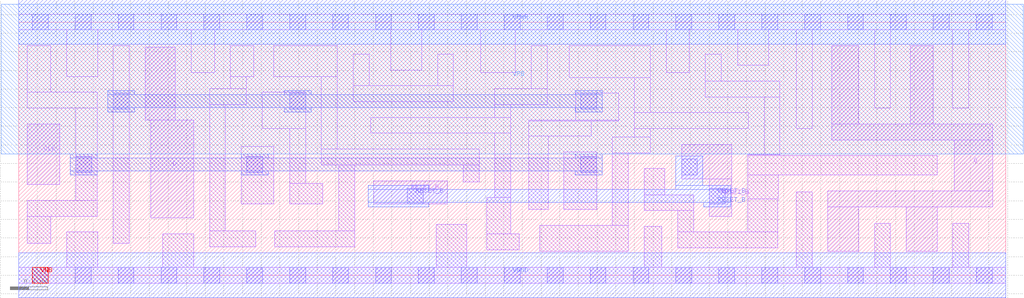
<source format=lef>
# Copyright 2020 The SkyWater PDK Authors
#
# Licensed under the Apache License, Version 2.0 (the "License");
# you may not use this file except in compliance with the License.
# You may obtain a copy of the License at
#
#     https://www.apache.org/licenses/LICENSE-2.0
#
# Unless required by applicable law or agreed to in writing, software
# distributed under the License is distributed on an "AS IS" BASIS,
# WITHOUT WARRANTIES OR CONDITIONS OF ANY KIND, either express or implied.
# See the License for the specific language governing permissions and
# limitations under the License.
#
# SPDX-License-Identifier: Apache-2.0

VERSION 5.7 ;
  NOWIREEXTENSIONATPIN ON ;
  DIVIDERCHAR "/" ;
  BUSBITCHARS "[]" ;
MACRO sky130_fd_sc_hd__dfrtp_4
  CLASS CORE ;
  FOREIGN sky130_fd_sc_hd__dfrtp_4 ;
  ORIGIN  0.000000  0.000000 ;
  SIZE  10.58000 BY  2.720000 ;
  SYMMETRY X Y R90 ;
  SITE unithd ;
  PIN D
    ANTENNAGATEAREA  0.126000 ;
    DIRECTION INPUT ;
    USE SIGNAL ;
    PORT
      LAYER li1 ;
        RECT 1.355000 1.665000 1.680000 2.450000 ;
        RECT 1.415000 0.615000 1.875000 1.665000 ;
    END
  END D
  PIN Q
    ANTENNADIFFAREA  0.891000 ;
    DIRECTION OUTPUT ;
    USE SIGNAL ;
    PORT
      LAYER li1 ;
        RECT  8.675000 0.255000  9.005000 0.735000 ;
        RECT  8.675000 0.735000 10.440000 0.905000 ;
        RECT  8.715000 1.455000 10.440000 1.625000 ;
        RECT  8.715000 1.625000  9.005000 2.465000 ;
        RECT  9.515000 0.255000  9.845000 0.735000 ;
        RECT  9.555000 1.625000  9.805000 2.465000 ;
        RECT 10.030000 0.905000 10.440000 1.455000 ;
    END
  END Q
  PIN RESET_B
    ANTENNAGATEAREA  0.252000 ;
    DIRECTION INPUT ;
    USE SIGNAL ;
    PORT
      LAYER li1 ;
        RECT 3.805000 0.765000 4.595000 1.015000 ;
      LAYER mcon ;
        RECT 4.165000 0.765000 4.335000 0.935000 ;
    END
    PORT
      LAYER li1 ;
        RECT 7.105000 1.035000 7.645000 1.405000 ;
        RECT 7.405000 0.635000 7.645000 1.035000 ;
      LAYER mcon ;
        RECT 7.105000 1.080000 7.275000 1.250000 ;
        RECT 7.405000 0.765000 7.575000 0.935000 ;
    END
    PORT
      LAYER met1 ;
        RECT 3.745000 0.735000 4.395000 0.780000 ;
        RECT 3.745000 0.780000 7.635000 0.920000 ;
        RECT 3.745000 0.920000 4.395000 0.965000 ;
        RECT 7.045000 0.920000 7.635000 0.965000 ;
        RECT 7.045000 0.965000 7.335000 1.280000 ;
        RECT 7.345000 0.735000 7.635000 0.780000 ;
    END
  END RESET_B
  PIN CLK
    ANTENNAGATEAREA  0.159000 ;
    DIRECTION INPUT ;
    USE CLOCK ;
    PORT
      LAYER li1 ;
        RECT 0.090000 0.975000 0.440000 1.625000 ;
    END
  END CLK
  PIN VGND
    DIRECTION INOUT ;
    SHAPE ABUTMENT ;
    USE GROUND ;
    PORT
      LAYER met1 ;
        RECT 0.000000 -0.240000 10.580000 0.240000 ;
    END
  END VGND
  PIN VNB
    DIRECTION INOUT ;
    USE GROUND ;
    PORT
      LAYER pwell ;
        RECT 0.145000 -0.085000 0.315000 0.085000 ;
    END
  END VNB
  PIN VPB
    DIRECTION INOUT ;
    USE POWER ;
    PORT
      LAYER nwell ;
        RECT -0.190000 1.305000 10.770000 2.910000 ;
    END
  END VPB
  PIN VPWR
    DIRECTION INOUT ;
    SHAPE ABUTMENT ;
    USE POWER ;
    PORT
      LAYER met1 ;
        RECT 0.000000 2.480000 10.580000 2.960000 ;
    END
  END VPWR
  OBS
    LAYER li1 ;
      RECT  0.000000 -0.085000 10.580000 0.085000 ;
      RECT  0.000000  2.635000 10.580000 2.805000 ;
      RECT  0.090000  0.345000  0.345000 0.635000 ;
      RECT  0.090000  0.635000  0.840000 0.805000 ;
      RECT  0.090000  1.795000  0.840000 1.965000 ;
      RECT  0.090000  1.965000  0.345000 2.465000 ;
      RECT  0.515000  0.085000  0.845000 0.465000 ;
      RECT  0.515000  2.135000  0.845000 2.635000 ;
      RECT  0.610000  0.805000  0.840000 1.795000 ;
      RECT  1.015000  0.345000  1.185000 2.465000 ;
      RECT  1.545000  0.085000  1.875000 0.445000 ;
      RECT  1.850000  2.175000  2.100000 2.635000 ;
      RECT  2.045000  0.305000  2.540000 0.475000 ;
      RECT  2.045000  0.475000  2.215000 1.835000 ;
      RECT  2.045000  1.835000  2.440000 2.005000 ;
      RECT  2.270000  2.005000  2.440000 2.135000 ;
      RECT  2.270000  2.135000  2.520000 2.465000 ;
      RECT  2.385000  0.765000  2.735000 1.385000 ;
      RECT  2.610000  1.575000  3.075000 1.965000 ;
      RECT  2.735000  2.135000  3.415000 2.465000 ;
      RECT  2.745000  0.305000  3.600000 0.475000 ;
      RECT  2.905000  0.765000  3.260000 0.985000 ;
      RECT  2.905000  0.985000  3.075000 1.575000 ;
      RECT  3.245000  1.185000  4.935000 1.355000 ;
      RECT  3.245000  1.355000  3.415000 2.135000 ;
      RECT  3.430000  0.475000  3.600000 1.185000 ;
      RECT  3.585000  1.865000  4.660000 2.035000 ;
      RECT  3.585000  2.035000  3.755000 2.375000 ;
      RECT  3.775000  1.525000  5.275000 1.695000 ;
      RECT  3.990000  2.205000  4.320000 2.635000 ;
      RECT  4.475000  0.085000  4.805000 0.545000 ;
      RECT  4.490000  2.035000  4.660000 2.375000 ;
      RECT  4.765000  1.005000  4.935000 1.185000 ;
      RECT  4.955000  2.175000  5.325000 2.635000 ;
      RECT  5.015000  0.275000  5.365000 0.445000 ;
      RECT  5.015000  0.445000  5.275000 0.835000 ;
      RECT  5.105000  0.835000  5.275000 1.525000 ;
      RECT  5.105000  1.695000  5.275000 1.835000 ;
      RECT  5.105000  1.835000  5.665000 2.005000 ;
      RECT  5.465000  0.705000  5.675000 1.495000 ;
      RECT  5.465000  1.495000  6.140000 1.655000 ;
      RECT  5.465000  1.655000  6.430000 1.665000 ;
      RECT  5.495000  2.005000  5.665000 2.465000 ;
      RECT  5.585000  0.255000  6.535000 0.535000 ;
      RECT  5.845000  0.705000  6.195000 1.325000 ;
      RECT  5.900000  2.125000  6.770000 2.465000 ;
      RECT  5.970000  1.665000  6.430000 1.955000 ;
      RECT  6.365000  0.535000  6.535000 1.315000 ;
      RECT  6.365000  1.315000  6.770000 1.485000 ;
      RECT  6.600000  1.485000  6.770000 1.575000 ;
      RECT  6.600000  1.575000  7.820000 1.745000 ;
      RECT  6.600000  1.745000  6.770000 2.125000 ;
      RECT  6.705000  0.085000  6.895000 0.525000 ;
      RECT  6.705000  0.695000  7.235000 0.865000 ;
      RECT  6.705000  0.865000  6.925000 1.145000 ;
      RECT  6.940000  2.175000  7.190000 2.635000 ;
      RECT  7.065000  0.295000  8.135000 0.465000 ;
      RECT  7.065000  0.465000  7.235000 0.695000 ;
      RECT  7.360000  1.915000  8.160000 2.085000 ;
      RECT  7.360000  2.085000  7.530000 2.375000 ;
      RECT  7.710000  2.255000  8.040000 2.635000 ;
      RECT  7.815000  0.465000  8.135000 0.820000 ;
      RECT  7.815000  0.820000  8.140000 1.075000 ;
      RECT  7.815000  1.075000  9.845000 1.285000 ;
      RECT  7.815000  1.285000  8.160000 1.295000 ;
      RECT  7.990000  1.295000  8.160000 1.915000 ;
      RECT  8.335000  0.085000  8.505000 0.895000 ;
      RECT  8.335000  1.575000  8.505000 2.635000 ;
      RECT  9.175000  0.085000  9.345000 0.555000 ;
      RECT  9.175000  1.795000  9.345000 2.635000 ;
      RECT 10.015000  0.085000 10.185000 0.555000 ;
      RECT 10.015000  1.795000 10.185000 2.635000 ;
    LAYER mcon ;
      RECT  0.145000 -0.085000  0.315000 0.085000 ;
      RECT  0.145000  2.635000  0.315000 2.805000 ;
      RECT  0.605000 -0.085000  0.775000 0.085000 ;
      RECT  0.605000  2.635000  0.775000 2.805000 ;
      RECT  0.610000  1.105000  0.780000 1.275000 ;
      RECT  1.015000  1.785000  1.185000 1.955000 ;
      RECT  1.065000 -0.085000  1.235000 0.085000 ;
      RECT  1.065000  2.635000  1.235000 2.805000 ;
      RECT  1.525000 -0.085000  1.695000 0.085000 ;
      RECT  1.525000  2.635000  1.695000 2.805000 ;
      RECT  1.985000 -0.085000  2.155000 0.085000 ;
      RECT  1.985000  2.635000  2.155000 2.805000 ;
      RECT  2.445000 -0.085000  2.615000 0.085000 ;
      RECT  2.445000  1.105000  2.615000 1.275000 ;
      RECT  2.445000  2.635000  2.615000 2.805000 ;
      RECT  2.905000 -0.085000  3.075000 0.085000 ;
      RECT  2.905000  1.785000  3.075000 1.955000 ;
      RECT  2.905000  2.635000  3.075000 2.805000 ;
      RECT  3.365000 -0.085000  3.535000 0.085000 ;
      RECT  3.365000  2.635000  3.535000 2.805000 ;
      RECT  3.825000 -0.085000  3.995000 0.085000 ;
      RECT  3.825000  2.635000  3.995000 2.805000 ;
      RECT  4.285000 -0.085000  4.455000 0.085000 ;
      RECT  4.285000  2.635000  4.455000 2.805000 ;
      RECT  4.745000 -0.085000  4.915000 0.085000 ;
      RECT  4.745000  2.635000  4.915000 2.805000 ;
      RECT  5.205000 -0.085000  5.375000 0.085000 ;
      RECT  5.205000  2.635000  5.375000 2.805000 ;
      RECT  5.665000 -0.085000  5.835000 0.085000 ;
      RECT  5.665000  2.635000  5.835000 2.805000 ;
      RECT  6.025000  1.105000  6.195000 1.275000 ;
      RECT  6.025000  1.785000  6.195000 1.955000 ;
      RECT  6.125000 -0.085000  6.295000 0.085000 ;
      RECT  6.125000  2.635000  6.295000 2.805000 ;
      RECT  6.585000 -0.085000  6.755000 0.085000 ;
      RECT  6.585000  2.635000  6.755000 2.805000 ;
      RECT  7.045000 -0.085000  7.215000 0.085000 ;
      RECT  7.045000  2.635000  7.215000 2.805000 ;
      RECT  7.505000 -0.085000  7.675000 0.085000 ;
      RECT  7.505000  2.635000  7.675000 2.805000 ;
      RECT  7.965000 -0.085000  8.135000 0.085000 ;
      RECT  7.965000  2.635000  8.135000 2.805000 ;
      RECT  8.425000 -0.085000  8.595000 0.085000 ;
      RECT  8.425000  2.635000  8.595000 2.805000 ;
      RECT  8.885000 -0.085000  9.055000 0.085000 ;
      RECT  8.885000  2.635000  9.055000 2.805000 ;
      RECT  9.345000 -0.085000  9.515000 0.085000 ;
      RECT  9.345000  2.635000  9.515000 2.805000 ;
      RECT  9.805000 -0.085000  9.975000 0.085000 ;
      RECT  9.805000  2.635000  9.975000 2.805000 ;
      RECT 10.265000 -0.085000 10.435000 0.085000 ;
      RECT 10.265000  2.635000 10.435000 2.805000 ;
    LAYER met1 ;
      RECT 0.550000 1.075000 0.840000 1.120000 ;
      RECT 0.550000 1.120000 6.255000 1.260000 ;
      RECT 0.550000 1.260000 0.840000 1.305000 ;
      RECT 0.955000 1.755000 1.245000 1.800000 ;
      RECT 0.955000 1.800000 6.255000 1.940000 ;
      RECT 0.955000 1.940000 1.245000 1.985000 ;
      RECT 2.385000 1.075000 2.675000 1.120000 ;
      RECT 2.385000 1.260000 2.675000 1.305000 ;
      RECT 2.845000 1.755000 3.135000 1.800000 ;
      RECT 2.845000 1.940000 3.135000 1.985000 ;
      RECT 5.965000 1.075000 6.255000 1.120000 ;
      RECT 5.965000 1.260000 6.255000 1.305000 ;
      RECT 5.965000 1.755000 6.255000 1.800000 ;
      RECT 5.965000 1.940000 6.255000 1.985000 ;
  END
END sky130_fd_sc_hd__dfrtp_4
END LIBRARY

</source>
